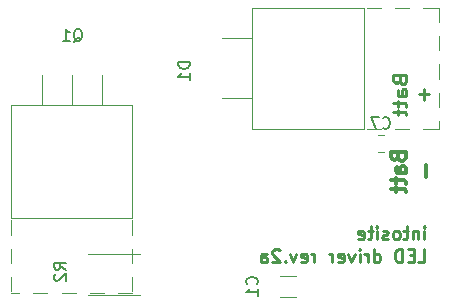
<source format=gbr>
%TF.GenerationSoftware,KiCad,Pcbnew,(5.1.9-0-10_14)*%
%TF.CreationDate,2021-03-07T11:09:53+08:00*%
%TF.ProjectId,xhp70-driver,78687037-302d-4647-9269-7665722e6b69,rev?*%
%TF.SameCoordinates,Original*%
%TF.FileFunction,Legend,Bot*%
%TF.FilePolarity,Positive*%
%FSLAX46Y46*%
G04 Gerber Fmt 4.6, Leading zero omitted, Abs format (unit mm)*
G04 Created by KiCad (PCBNEW (5.1.9-0-10_14)) date 2021-03-07 11:09:53*
%MOMM*%
%LPD*%
G01*
G04 APERTURE LIST*
%ADD10C,0.275000*%
%ADD11C,0.312500*%
%ADD12C,0.120000*%
%ADD13C,0.150000*%
G04 APERTURE END LIST*
D10*
X153309345Y-71035119D02*
X153309345Y-70301785D01*
X153309345Y-69935119D02*
X153361726Y-69987500D01*
X153309345Y-70039880D01*
X153256964Y-69987500D01*
X153309345Y-69935119D01*
X153309345Y-70039880D01*
X152785535Y-70301785D02*
X152785535Y-71035119D01*
X152785535Y-70406547D02*
X152733154Y-70354166D01*
X152628392Y-70301785D01*
X152471250Y-70301785D01*
X152366488Y-70354166D01*
X152314107Y-70458928D01*
X152314107Y-71035119D01*
X151947440Y-70301785D02*
X151528392Y-70301785D01*
X151790297Y-69935119D02*
X151790297Y-70877976D01*
X151737916Y-70982738D01*
X151633154Y-71035119D01*
X151528392Y-71035119D01*
X151004583Y-71035119D02*
X151109345Y-70982738D01*
X151161726Y-70930357D01*
X151214107Y-70825595D01*
X151214107Y-70511309D01*
X151161726Y-70406547D01*
X151109345Y-70354166D01*
X151004583Y-70301785D01*
X150847440Y-70301785D01*
X150742678Y-70354166D01*
X150690297Y-70406547D01*
X150637916Y-70511309D01*
X150637916Y-70825595D01*
X150690297Y-70930357D01*
X150742678Y-70982738D01*
X150847440Y-71035119D01*
X151004583Y-71035119D01*
X150218869Y-70982738D02*
X150114107Y-71035119D01*
X149904583Y-71035119D01*
X149799821Y-70982738D01*
X149747440Y-70877976D01*
X149747440Y-70825595D01*
X149799821Y-70720833D01*
X149904583Y-70668452D01*
X150061726Y-70668452D01*
X150166488Y-70616071D01*
X150218869Y-70511309D01*
X150218869Y-70458928D01*
X150166488Y-70354166D01*
X150061726Y-70301785D01*
X149904583Y-70301785D01*
X149799821Y-70354166D01*
X149276011Y-71035119D02*
X149276011Y-70301785D01*
X149276011Y-69935119D02*
X149328392Y-69987500D01*
X149276011Y-70039880D01*
X149223630Y-69987500D01*
X149276011Y-69935119D01*
X149276011Y-70039880D01*
X148909345Y-70301785D02*
X148490297Y-70301785D01*
X148752202Y-69935119D02*
X148752202Y-70877976D01*
X148699821Y-70982738D01*
X148595059Y-71035119D01*
X148490297Y-71035119D01*
X147704583Y-70982738D02*
X147809345Y-71035119D01*
X148018869Y-71035119D01*
X148123630Y-70982738D01*
X148176011Y-70877976D01*
X148176011Y-70458928D01*
X148123630Y-70354166D01*
X148018869Y-70301785D01*
X147809345Y-70301785D01*
X147704583Y-70354166D01*
X147652202Y-70458928D01*
X147652202Y-70563690D01*
X148176011Y-70668452D01*
X152785535Y-72960119D02*
X153309345Y-72960119D01*
X153309345Y-71860119D01*
X152418869Y-72383928D02*
X152052202Y-72383928D01*
X151895059Y-72960119D02*
X152418869Y-72960119D01*
X152418869Y-71860119D01*
X151895059Y-71860119D01*
X151423630Y-72960119D02*
X151423630Y-71860119D01*
X151161726Y-71860119D01*
X151004583Y-71912500D01*
X150899821Y-72017261D01*
X150847440Y-72122023D01*
X150795059Y-72331547D01*
X150795059Y-72488690D01*
X150847440Y-72698214D01*
X150899821Y-72802976D01*
X151004583Y-72907738D01*
X151161726Y-72960119D01*
X151423630Y-72960119D01*
X149014107Y-72960119D02*
X149014107Y-71860119D01*
X149014107Y-72907738D02*
X149118869Y-72960119D01*
X149328392Y-72960119D01*
X149433154Y-72907738D01*
X149485535Y-72855357D01*
X149537916Y-72750595D01*
X149537916Y-72436309D01*
X149485535Y-72331547D01*
X149433154Y-72279166D01*
X149328392Y-72226785D01*
X149118869Y-72226785D01*
X149014107Y-72279166D01*
X148490297Y-72960119D02*
X148490297Y-72226785D01*
X148490297Y-72436309D02*
X148437916Y-72331547D01*
X148385535Y-72279166D01*
X148280773Y-72226785D01*
X148176011Y-72226785D01*
X147809345Y-72960119D02*
X147809345Y-72226785D01*
X147809345Y-71860119D02*
X147861726Y-71912500D01*
X147809345Y-71964880D01*
X147756964Y-71912500D01*
X147809345Y-71860119D01*
X147809345Y-71964880D01*
X147390297Y-72226785D02*
X147128392Y-72960119D01*
X146866488Y-72226785D01*
X146028392Y-72907738D02*
X146133154Y-72960119D01*
X146342678Y-72960119D01*
X146447440Y-72907738D01*
X146499821Y-72802976D01*
X146499821Y-72383928D01*
X146447440Y-72279166D01*
X146342678Y-72226785D01*
X146133154Y-72226785D01*
X146028392Y-72279166D01*
X145976011Y-72383928D01*
X145976011Y-72488690D01*
X146499821Y-72593452D01*
X145504583Y-72960119D02*
X145504583Y-72226785D01*
X145504583Y-72436309D02*
X145452202Y-72331547D01*
X145399821Y-72279166D01*
X145295059Y-72226785D01*
X145190297Y-72226785D01*
X143985535Y-72960119D02*
X143985535Y-72226785D01*
X143985535Y-72436309D02*
X143933154Y-72331547D01*
X143880773Y-72279166D01*
X143776011Y-72226785D01*
X143671250Y-72226785D01*
X142885535Y-72907738D02*
X142990297Y-72960119D01*
X143199821Y-72960119D01*
X143304583Y-72907738D01*
X143356964Y-72802976D01*
X143356964Y-72383928D01*
X143304583Y-72279166D01*
X143199821Y-72226785D01*
X142990297Y-72226785D01*
X142885535Y-72279166D01*
X142833154Y-72383928D01*
X142833154Y-72488690D01*
X143356964Y-72593452D01*
X142466488Y-72226785D02*
X142204583Y-72960119D01*
X141942678Y-72226785D01*
X141523630Y-72855357D02*
X141471250Y-72907738D01*
X141523630Y-72960119D01*
X141576011Y-72907738D01*
X141523630Y-72855357D01*
X141523630Y-72960119D01*
X141052202Y-71964880D02*
X140999821Y-71912500D01*
X140895059Y-71860119D01*
X140633154Y-71860119D01*
X140528392Y-71912500D01*
X140476011Y-71964880D01*
X140423630Y-72069642D01*
X140423630Y-72174404D01*
X140476011Y-72331547D01*
X141104583Y-72960119D01*
X140423630Y-72960119D01*
X139480773Y-72960119D02*
X139480773Y-72383928D01*
X139533154Y-72279166D01*
X139637916Y-72226785D01*
X139847440Y-72226785D01*
X139952202Y-72279166D01*
X139480773Y-72907738D02*
X139585535Y-72960119D01*
X139847440Y-72960119D01*
X139952202Y-72907738D01*
X140004583Y-72802976D01*
X140004583Y-72698214D01*
X139952202Y-72593452D01*
X139847440Y-72541071D01*
X139585535Y-72541071D01*
X139480773Y-72488690D01*
D11*
X151066964Y-64059523D02*
X151126488Y-64238095D01*
X151186011Y-64297619D01*
X151305059Y-64357142D01*
X151483630Y-64357142D01*
X151602678Y-64297619D01*
X151662202Y-64238095D01*
X151721726Y-64119047D01*
X151721726Y-63642857D01*
X150471726Y-63642857D01*
X150471726Y-64059523D01*
X150531250Y-64178571D01*
X150590773Y-64238095D01*
X150709821Y-64297619D01*
X150828869Y-64297619D01*
X150947916Y-64238095D01*
X151007440Y-64178571D01*
X151066964Y-64059523D01*
X151066964Y-63642857D01*
X151721726Y-65428571D02*
X151066964Y-65428571D01*
X150947916Y-65369047D01*
X150888392Y-65250000D01*
X150888392Y-65011904D01*
X150947916Y-64892857D01*
X151662202Y-65428571D02*
X151721726Y-65309523D01*
X151721726Y-65011904D01*
X151662202Y-64892857D01*
X151543154Y-64833333D01*
X151424107Y-64833333D01*
X151305059Y-64892857D01*
X151245535Y-65011904D01*
X151245535Y-65309523D01*
X151186011Y-65428571D01*
X150888392Y-65845238D02*
X150888392Y-66321428D01*
X150471726Y-66023809D02*
X151543154Y-66023809D01*
X151662202Y-66083333D01*
X151721726Y-66202380D01*
X151721726Y-66321428D01*
X150888392Y-66559523D02*
X150888392Y-67035714D01*
X150471726Y-66738095D02*
X151543154Y-66738095D01*
X151662202Y-66797619D01*
X151721726Y-66916666D01*
X151721726Y-67035714D01*
X153433035Y-64773809D02*
X153433035Y-65726190D01*
D10*
X151208928Y-57559523D02*
X151261309Y-57738095D01*
X151313690Y-57797619D01*
X151418452Y-57857142D01*
X151575595Y-57857142D01*
X151680357Y-57797619D01*
X151732738Y-57738095D01*
X151785119Y-57619047D01*
X151785119Y-57142857D01*
X150685119Y-57142857D01*
X150685119Y-57559523D01*
X150737500Y-57678571D01*
X150789880Y-57738095D01*
X150894642Y-57797619D01*
X150999404Y-57797619D01*
X151104166Y-57738095D01*
X151156547Y-57678571D01*
X151208928Y-57559523D01*
X151208928Y-57142857D01*
X151785119Y-58928571D02*
X151208928Y-58928571D01*
X151104166Y-58869047D01*
X151051785Y-58750000D01*
X151051785Y-58511904D01*
X151104166Y-58392857D01*
X151732738Y-58928571D02*
X151785119Y-58809523D01*
X151785119Y-58511904D01*
X151732738Y-58392857D01*
X151627976Y-58333333D01*
X151523214Y-58333333D01*
X151418452Y-58392857D01*
X151366071Y-58511904D01*
X151366071Y-58809523D01*
X151313690Y-58928571D01*
X151051785Y-59345238D02*
X151051785Y-59821428D01*
X150685119Y-59523809D02*
X151627976Y-59523809D01*
X151732738Y-59583333D01*
X151785119Y-59702380D01*
X151785119Y-59821428D01*
X151051785Y-60059523D02*
X151051785Y-60535714D01*
X150685119Y-60238095D02*
X151627976Y-60238095D01*
X151732738Y-60297619D01*
X151785119Y-60416666D01*
X151785119Y-60535714D01*
X153291071Y-58273809D02*
X153291071Y-59226190D01*
X153710119Y-58750000D02*
X152872023Y-58750000D01*
D12*
%TO.C,C7*%
X149861252Y-62165000D02*
X149338748Y-62165000D01*
X149861252Y-63635000D02*
X149338748Y-63635000D01*
%TO.C,Q1*%
X120920000Y-57150000D02*
X120920000Y-59690000D01*
X123460000Y-57150000D02*
X123460000Y-59690000D01*
X126000000Y-57150000D02*
X126000000Y-59690000D01*
X118340000Y-74220000D02*
X118340000Y-75420000D01*
X118340000Y-71820000D02*
X118340000Y-73020000D01*
X118340000Y-69420000D02*
X118340000Y-70620000D01*
X128580000Y-74220000D02*
X128580000Y-75420000D01*
X128580000Y-71820000D02*
X128580000Y-73020000D01*
X128580000Y-69420000D02*
X128580000Y-70620000D01*
X118980000Y-75580000D02*
X118340000Y-75580000D01*
X121380000Y-75580000D02*
X120180000Y-75580000D01*
X123780000Y-75580000D02*
X122580000Y-75580000D01*
X126181000Y-75580000D02*
X124980000Y-75580000D01*
X128580000Y-75580000D02*
X127380000Y-75580000D01*
X118340000Y-59690000D02*
X118340000Y-69180000D01*
X128580000Y-59690000D02*
X128580000Y-69180000D01*
X128580000Y-69180000D02*
X118340000Y-69180000D01*
X128580000Y-59690000D02*
X118340000Y-59690000D01*
%TO.C,D1*%
X136165000Y-59080000D02*
X138690000Y-59080000D01*
X136150000Y-54000000D02*
X138690000Y-54000000D01*
X153220000Y-61660000D02*
X154420000Y-61660000D01*
X150820000Y-61660000D02*
X152020000Y-61660000D01*
X148420000Y-61660000D02*
X149620000Y-61660000D01*
X153220000Y-51420000D02*
X154420000Y-51420000D01*
X150820000Y-51420000D02*
X152020000Y-51420000D01*
X148420000Y-51420000D02*
X149620000Y-51420000D01*
X154580000Y-61020000D02*
X154580000Y-61660000D01*
X154580000Y-58620000D02*
X154580000Y-59820000D01*
X154580000Y-56220000D02*
X154580000Y-57420000D01*
X154580000Y-53819000D02*
X154580000Y-55020000D01*
X154580000Y-51420000D02*
X154580000Y-52620000D01*
X138690000Y-61660000D02*
X148180000Y-61660000D01*
X138690000Y-51420000D02*
X148180000Y-51420000D01*
X148180000Y-51420000D02*
X148180000Y-61660000D01*
X138690000Y-51420000D02*
X138690000Y-61660000D01*
%TO.C,R2*%
X129214564Y-72290000D02*
X124860436Y-72290000D01*
X129214564Y-75710000D02*
X124860436Y-75710000D01*
%TO.C,C1*%
X141038748Y-75910000D02*
X142461252Y-75910000D01*
X141038748Y-74090000D02*
X142461252Y-74090000D01*
%TO.C,C7*%
D13*
X149766666Y-61577142D02*
X149814285Y-61624761D01*
X149957142Y-61672380D01*
X150052380Y-61672380D01*
X150195238Y-61624761D01*
X150290476Y-61529523D01*
X150338095Y-61434285D01*
X150385714Y-61243809D01*
X150385714Y-61100952D01*
X150338095Y-60910476D01*
X150290476Y-60815238D01*
X150195238Y-60720000D01*
X150052380Y-60672380D01*
X149957142Y-60672380D01*
X149814285Y-60720000D01*
X149766666Y-60767619D01*
X149433333Y-60672380D02*
X148766666Y-60672380D01*
X149195238Y-61672380D01*
%TO.C,Q1*%
X123595238Y-54297619D02*
X123690476Y-54250000D01*
X123785714Y-54154761D01*
X123928571Y-54011904D01*
X124023809Y-53964285D01*
X124119047Y-53964285D01*
X124071428Y-54202380D02*
X124166666Y-54154761D01*
X124261904Y-54059523D01*
X124309523Y-53869047D01*
X124309523Y-53535714D01*
X124261904Y-53345238D01*
X124166666Y-53250000D01*
X124071428Y-53202380D01*
X123880952Y-53202380D01*
X123785714Y-53250000D01*
X123690476Y-53345238D01*
X123642857Y-53535714D01*
X123642857Y-53869047D01*
X123690476Y-54059523D01*
X123785714Y-54154761D01*
X123880952Y-54202380D01*
X124071428Y-54202380D01*
X122690476Y-54202380D02*
X123261904Y-54202380D01*
X122976190Y-54202380D02*
X122976190Y-53202380D01*
X123071428Y-53345238D01*
X123166666Y-53440476D01*
X123261904Y-53488095D01*
%TO.C,D1*%
X133452380Y-56011904D02*
X132452380Y-56011904D01*
X132452380Y-56250000D01*
X132500000Y-56392857D01*
X132595238Y-56488095D01*
X132690476Y-56535714D01*
X132880952Y-56583333D01*
X133023809Y-56583333D01*
X133214285Y-56535714D01*
X133309523Y-56488095D01*
X133404761Y-56392857D01*
X133452380Y-56250000D01*
X133452380Y-56011904D01*
X133452380Y-57535714D02*
X133452380Y-56964285D01*
X133452380Y-57250000D02*
X132452380Y-57250000D01*
X132595238Y-57154761D01*
X132690476Y-57059523D01*
X132738095Y-56964285D01*
%TO.C,R2*%
X122952380Y-73583333D02*
X122476190Y-73250000D01*
X122952380Y-73011904D02*
X121952380Y-73011904D01*
X121952380Y-73392857D01*
X122000000Y-73488095D01*
X122047619Y-73535714D01*
X122142857Y-73583333D01*
X122285714Y-73583333D01*
X122380952Y-73535714D01*
X122428571Y-73488095D01*
X122476190Y-73392857D01*
X122476190Y-73011904D01*
X122047619Y-73964285D02*
X122000000Y-74011904D01*
X121952380Y-74107142D01*
X121952380Y-74345238D01*
X122000000Y-74440476D01*
X122047619Y-74488095D01*
X122142857Y-74535714D01*
X122238095Y-74535714D01*
X122380952Y-74488095D01*
X122952380Y-73916666D01*
X122952380Y-74535714D01*
%TO.C,C1*%
X139107142Y-74833333D02*
X139154761Y-74785714D01*
X139202380Y-74642857D01*
X139202380Y-74547619D01*
X139154761Y-74404761D01*
X139059523Y-74309523D01*
X138964285Y-74261904D01*
X138773809Y-74214285D01*
X138630952Y-74214285D01*
X138440476Y-74261904D01*
X138345238Y-74309523D01*
X138250000Y-74404761D01*
X138202380Y-74547619D01*
X138202380Y-74642857D01*
X138250000Y-74785714D01*
X138297619Y-74833333D01*
X139202380Y-75785714D02*
X139202380Y-75214285D01*
X139202380Y-75500000D02*
X138202380Y-75500000D01*
X138345238Y-75404761D01*
X138440476Y-75309523D01*
X138488095Y-75214285D01*
%TD*%
M02*

</source>
